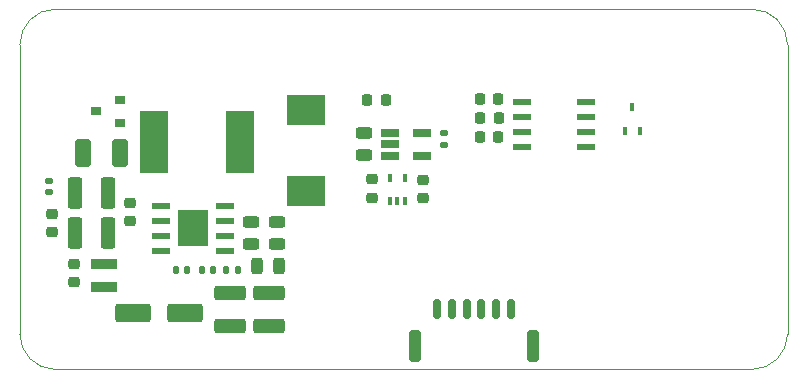
<source format=gbr>
G04 #@! TF.GenerationSoftware,KiCad,Pcbnew,6.0.2-378541a8eb~116~ubuntu20.04.1*
G04 #@! TF.CreationDate,2022-02-27T20:25:45+11:00*
G04 #@! TF.ProjectId,PiConnectLite,5069436f-6e6e-4656-9374-4c6974652e6b,rev?*
G04 #@! TF.SameCoordinates,Original*
G04 #@! TF.FileFunction,Paste,Top*
G04 #@! TF.FilePolarity,Positive*
%FSLAX46Y46*%
G04 Gerber Fmt 4.6, Leading zero omitted, Abs format (unit mm)*
G04 Created by KiCad (PCBNEW 6.0.2-378541a8eb~116~ubuntu20.04.1) date 2022-02-27 20:25:45*
%MOMM*%
%LPD*%
G01*
G04 APERTURE LIST*
G04 Aperture macros list*
%AMRoundRect*
0 Rectangle with rounded corners*
0 $1 Rounding radius*
0 $2 $3 $4 $5 $6 $7 $8 $9 X,Y pos of 4 corners*
0 Add a 4 corners polygon primitive as box body*
4,1,4,$2,$3,$4,$5,$6,$7,$8,$9,$2,$3,0*
0 Add four circle primitives for the rounded corners*
1,1,$1+$1,$2,$3*
1,1,$1+$1,$4,$5*
1,1,$1+$1,$6,$7*
1,1,$1+$1,$8,$9*
0 Add four rect primitives between the rounded corners*
20,1,$1+$1,$2,$3,$4,$5,0*
20,1,$1+$1,$4,$5,$6,$7,0*
20,1,$1+$1,$6,$7,$8,$9,0*
20,1,$1+$1,$8,$9,$2,$3,0*%
G04 Aperture macros list end*
G04 #@! TA.AperFunction,Profile*
%ADD10C,0.100000*%
G04 #@! TD*
%ADD11R,0.900000X0.800000*%
%ADD12R,0.400000X0.650000*%
%ADD13RoundRect,0.243750X-0.456250X0.243750X-0.456250X-0.243750X0.456250X-0.243750X0.456250X0.243750X0*%
%ADD14RoundRect,0.147500X-0.172500X0.147500X-0.172500X-0.147500X0.172500X-0.147500X0.172500X0.147500X0*%
%ADD15RoundRect,0.218750X0.218750X0.256250X-0.218750X0.256250X-0.218750X-0.256250X0.218750X-0.256250X0*%
%ADD16RoundRect,0.218750X0.256250X-0.218750X0.256250X0.218750X-0.256250X0.218750X-0.256250X-0.218750X0*%
%ADD17R,1.560000X0.650000*%
%ADD18RoundRect,0.218750X-0.218750X-0.256250X0.218750X-0.256250X0.218750X0.256250X-0.218750X0.256250X0*%
%ADD19R,1.550000X0.600000*%
%ADD20RoundRect,0.150000X-0.150000X-0.700000X0.150000X-0.700000X0.150000X0.700000X-0.150000X0.700000X0*%
%ADD21RoundRect,0.250000X-0.250000X-1.100000X0.250000X-1.100000X0.250000X1.100000X-0.250000X1.100000X0*%
%ADD22RoundRect,0.147500X0.172500X-0.147500X0.172500X0.147500X-0.172500X0.147500X-0.172500X-0.147500X0*%
%ADD23RoundRect,0.250000X0.375000X1.075000X-0.375000X1.075000X-0.375000X-1.075000X0.375000X-1.075000X0*%
%ADD24RoundRect,0.243750X0.456250X-0.243750X0.456250X0.243750X-0.456250X0.243750X-0.456250X-0.243750X0*%
%ADD25RoundRect,0.249999X0.412501X0.925001X-0.412501X0.925001X-0.412501X-0.925001X0.412501X-0.925001X0*%
%ADD26R,2.413000X5.334000*%
%ADD27RoundRect,0.147500X-0.147500X-0.172500X0.147500X-0.172500X0.147500X0.172500X-0.147500X0.172500X0*%
%ADD28RoundRect,0.243750X-0.243750X-0.456250X0.243750X-0.456250X0.243750X0.456250X-0.243750X0.456250X0*%
%ADD29RoundRect,0.147500X0.147500X0.172500X-0.147500X0.172500X-0.147500X-0.172500X0.147500X-0.172500X0*%
%ADD30R,2.600000X3.100000*%
%ADD31RoundRect,0.250000X-1.075000X0.375000X-1.075000X-0.375000X1.075000X-0.375000X1.075000X0.375000X0*%
%ADD32RoundRect,0.250000X-1.250000X-0.550000X1.250000X-0.550000X1.250000X0.550000X-1.250000X0.550000X0*%
%ADD33R,2.300000X0.850000*%
%ADD34RoundRect,0.218750X-0.256250X0.218750X-0.256250X-0.218750X0.256250X-0.218750X0.256250X0.218750X0*%
%ADD35R,0.450000X0.700000*%
%ADD36R,3.300000X2.500000*%
G04 APERTURE END LIST*
D10*
X117500000Y-91000000D02*
X140500000Y-91000000D01*
X143500000Y-63500000D02*
G75*
G03*
X140500000Y-60500000I-3000001J-1D01*
G01*
X143500000Y-68000000D02*
X143500000Y-66500000D01*
X143500000Y-74000000D02*
X143500000Y-68000000D01*
X143500000Y-66500000D02*
X143500000Y-63500000D01*
X140500000Y-91000001D02*
G75*
G03*
X143499995Y-88005236I-2J3000002D01*
G01*
X78500000Y-63500000D02*
X78500000Y-88000000D01*
X81500000Y-60500000D02*
G75*
G03*
X78500000Y-63500000I1J-3000001D01*
G01*
X143499995Y-88005236D02*
X143500000Y-74000000D01*
X140500000Y-60500000D02*
X81500000Y-60500000D01*
X78500000Y-88000000D02*
G75*
G03*
X81500000Y-91000000I3000001J1D01*
G01*
X81500000Y-91000000D02*
X117500000Y-91000000D01*
D11*
X86960000Y-70110000D03*
X86960000Y-68210000D03*
X84960000Y-69160000D03*
D12*
X109802300Y-76722960D03*
X110452300Y-76722960D03*
X111102300Y-76722960D03*
X111102300Y-74822960D03*
X109802300Y-74822960D03*
D13*
X107600000Y-70950000D03*
X107600000Y-72825000D03*
D14*
X114430000Y-71000000D03*
X114430000Y-71970000D03*
D15*
X119000000Y-68100000D03*
X117425000Y-68100000D03*
X119037500Y-69700000D03*
X117462500Y-69700000D03*
D16*
X108350000Y-76499500D03*
X108350000Y-74924500D03*
D17*
X109850000Y-71000000D03*
X109850000Y-71950000D03*
X109850000Y-72900000D03*
X112550000Y-72900000D03*
X112550000Y-71000000D03*
D18*
X117425000Y-71300000D03*
X119000000Y-71300000D03*
D19*
X126450000Y-72155000D03*
X126450000Y-70885000D03*
X126450000Y-69615000D03*
X126450000Y-68345000D03*
X121050000Y-68345000D03*
X121050000Y-69615000D03*
X121050000Y-70885000D03*
X121050000Y-72155000D03*
D20*
X113825000Y-85850000D03*
X115075000Y-85850000D03*
X116325000Y-85850000D03*
X117575000Y-85850000D03*
X118825000Y-85850000D03*
X120075000Y-85850000D03*
D21*
X121925000Y-89050000D03*
X111975000Y-89050000D03*
D16*
X81240000Y-79405000D03*
X81240000Y-77830000D03*
D22*
X81010000Y-76025000D03*
X81010000Y-75055000D03*
D23*
X85970000Y-76070000D03*
X83170000Y-76070000D03*
D24*
X100260000Y-80385000D03*
X100260000Y-78510000D03*
D16*
X87830000Y-78477500D03*
X87830000Y-76902500D03*
D24*
X98110000Y-80387500D03*
X98110000Y-78512500D03*
D25*
X86957500Y-72690000D03*
X83882500Y-72690000D03*
D26*
X89861000Y-71770000D03*
X97100000Y-71770000D03*
D27*
X91725000Y-82560000D03*
X92695000Y-82560000D03*
D28*
X98580000Y-82260000D03*
X100455000Y-82260000D03*
D29*
X96935000Y-82560000D03*
X95965000Y-82560000D03*
D27*
X93925000Y-82560000D03*
X94895000Y-82560000D03*
D19*
X90470000Y-77165000D03*
X90470000Y-78435000D03*
X90470000Y-79705000D03*
X90470000Y-80975000D03*
X95870000Y-80975000D03*
X95870000Y-79705000D03*
X95870000Y-78435000D03*
X95870000Y-77165000D03*
D30*
X93170000Y-79070000D03*
D23*
X85970000Y-79480000D03*
X83170000Y-79480000D03*
D16*
X112600000Y-76525000D03*
X112600000Y-74950000D03*
D31*
X99620000Y-84500000D03*
X99620000Y-87300000D03*
D32*
X88100000Y-86190000D03*
X92500000Y-86190000D03*
D33*
X85620000Y-82045000D03*
X85620000Y-83995000D03*
D34*
X83050000Y-82042500D03*
X83050000Y-83617500D03*
D31*
X96300000Y-84500000D03*
X96300000Y-87300000D03*
D35*
X129700000Y-70790000D03*
X131000000Y-70790000D03*
X130350000Y-68790000D03*
D15*
X109477500Y-68220000D03*
X107902500Y-68220000D03*
D36*
X102760000Y-75870000D03*
X102760000Y-69070000D03*
M02*

</source>
